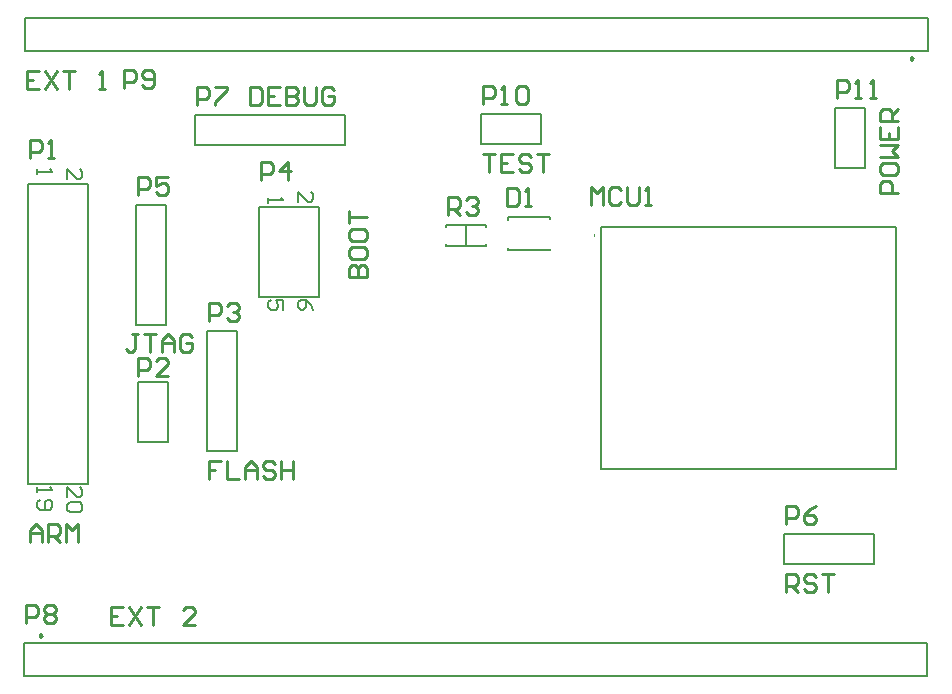
<source format=gto>
G04*
G04 #@! TF.GenerationSoftware,Altium Limited,Altium Designer,20.1.11 (218)*
G04*
G04 Layer_Color=65535*
%FSLAX25Y25*%
%MOIN*%
G70*
G04*
G04 #@! TF.SameCoordinates,3E3CE198-1D4E-4C69-B1C9-FC2CBC885D2D*
G04*
G04*
G04 #@! TF.FilePolarity,Positive*
G04*
G01*
G75*
%ADD10C,0.00984*%
%ADD11C,0.00394*%
%ADD12C,0.00787*%
%ADD13C,0.00591*%
%ADD14C,0.01000*%
%ADD15C,0.00800*%
D10*
X573492Y418929D02*
X572754Y419355D01*
Y418503D01*
X573492Y418929D01*
X282992Y226571D02*
X282254Y226997D01*
Y226145D01*
X282992Y226571D01*
D11*
X466874Y359902D02*
Y360295D01*
Y359902D01*
D12*
X277488Y421488D02*
X578512D01*
X277488Y421488D02*
Y432512D01*
X578512D01*
Y421488D02*
Y432512D01*
X325000Y291000D02*
Y311000D01*
X315000D02*
X325000D01*
X315000Y291000D02*
Y311000D01*
Y291000D02*
X325000D01*
X314500Y330000D02*
X324500D01*
X314500D02*
Y370000D01*
X324500Y330000D02*
Y370000D01*
X314500D02*
X324500D01*
X276988Y212988D02*
Y224012D01*
Y212988D02*
X578012D01*
Y224012D01*
X276988Y224012D02*
X578012D01*
X469236Y362854D02*
X567661D01*
Y282146D02*
Y362854D01*
X469236Y282146D02*
X567661D01*
X469236D02*
Y362854D01*
X334000Y390000D02*
Y400000D01*
X384000D01*
X334000Y390000D02*
X384000D01*
Y400000D01*
X355500Y339500D02*
Y358667D01*
Y339500D02*
Y369500D01*
X375500Y339500D02*
Y369500D01*
X355500D02*
X375500D01*
X355500Y339500D02*
X375500D01*
X547500Y402500D02*
X557500D01*
Y382500D02*
Y402500D01*
X547500Y382500D02*
X557500D01*
X547500D02*
Y402500D01*
X338000Y328000D02*
X348000D01*
Y288000D02*
Y328000D01*
X338000Y288000D02*
Y328000D01*
Y288000D02*
X348000D01*
X278500Y277000D02*
X298500D01*
X278500Y369500D02*
Y377000D01*
X298500D01*
Y369500D02*
Y377000D01*
Y277000D02*
Y369500D01*
X278500Y277000D02*
Y369500D01*
X530500Y260500D02*
X560500D01*
X530500Y250500D02*
Y260500D01*
Y250500D02*
X560500D01*
Y260500D01*
X429500Y390500D02*
Y400500D01*
X449500D01*
Y390500D02*
Y400500D01*
X429500Y390500D02*
X449500D01*
X452447Y354988D02*
Y355382D01*
X438520Y354988D02*
X452447D01*
X438520D02*
Y355776D01*
X452460Y365561D02*
Y365954D01*
X438532D02*
X452460D01*
X438532Y365167D02*
Y365954D01*
D13*
X431193Y356457D02*
Y357244D01*
X417807Y356457D02*
X431193D01*
X417807D02*
Y357244D01*
X431193Y362756D02*
Y363543D01*
X417807D02*
X431193D01*
X417807Y362756D02*
Y363543D01*
X424500Y356457D02*
Y363543D01*
D14*
X282099Y414898D02*
X278100D01*
Y408900D01*
X282099D01*
X278100Y411899D02*
X280099D01*
X284098Y414898D02*
X288097Y408900D01*
Y414898D02*
X284098Y408900D01*
X290096Y414898D02*
X294095D01*
X292095D01*
Y408900D01*
X302092D02*
X304092D01*
X303092D01*
Y414898D01*
X302092Y413898D01*
X310502Y409001D02*
Y414999D01*
X313501D01*
X314500Y413999D01*
Y412000D01*
X313501Y411000D01*
X310502D01*
X316500Y410001D02*
X317499Y409001D01*
X319499D01*
X320498Y410001D01*
Y413999D01*
X319499Y414999D01*
X317499D01*
X316500Y413999D01*
Y413000D01*
X317499Y412000D01*
X320498D01*
X315002Y313001D02*
Y318999D01*
X318001D01*
X319000Y317999D01*
Y316000D01*
X318001Y315000D01*
X315002D01*
X324998Y313001D02*
X321000D01*
X324998Y317000D01*
Y317999D01*
X323999Y318999D01*
X321999D01*
X321000Y317999D01*
X315002Y326999D02*
X313003D01*
X314003D01*
Y322001D01*
X313003Y321001D01*
X312003D01*
X311004Y322001D01*
X317002Y326999D02*
X321000D01*
X319001D01*
Y321001D01*
X323000D02*
Y325000D01*
X324999Y326999D01*
X326998Y325000D01*
Y321001D01*
Y324000D01*
X323000D01*
X332997Y325999D02*
X331997Y326999D01*
X329997D01*
X328998Y325999D01*
Y322001D01*
X329997Y321001D01*
X331997D01*
X332997Y322001D01*
Y324000D01*
X330997D01*
X315100Y373400D02*
Y379398D01*
X318099D01*
X319099Y378398D01*
Y376399D01*
X318099Y375399D01*
X315100D01*
X325097Y379398D02*
X321098D01*
Y376399D01*
X323097Y377399D01*
X324097D01*
X325097Y376399D01*
Y374400D01*
X324097Y373400D01*
X322098D01*
X321098Y374400D01*
X310003Y235999D02*
X306005D01*
Y230001D01*
X310003D01*
X306005Y233000D02*
X308004D01*
X312003Y235999D02*
X316001Y230001D01*
Y235999D02*
X312003Y230001D01*
X318001Y235999D02*
X321999D01*
X320000D01*
Y230001D01*
X333996D02*
X329997D01*
X333996Y234000D01*
Y234999D01*
X332996Y235999D01*
X330996D01*
X329997Y234999D01*
X277600Y230600D02*
Y236598D01*
X280599D01*
X281599Y235598D01*
Y233599D01*
X280599Y232599D01*
X277600D01*
X283598Y235598D02*
X284598Y236598D01*
X286597D01*
X287597Y235598D01*
Y234599D01*
X286597Y233599D01*
X287597Y232599D01*
Y231600D01*
X286597Y230600D01*
X284598D01*
X283598Y231600D01*
Y232599D01*
X284598Y233599D01*
X283598Y234599D01*
Y235598D01*
X284598Y233599D02*
X286597D01*
X466100Y370000D02*
Y375998D01*
X468099Y373999D01*
X470099Y375998D01*
Y370000D01*
X476097Y374998D02*
X475097Y375998D01*
X473098D01*
X472098Y374998D01*
Y371000D01*
X473098Y370000D01*
X475097D01*
X476097Y371000D01*
X478096Y375998D02*
Y371000D01*
X479096Y370000D01*
X481095D01*
X482095Y371000D01*
Y375998D01*
X484094Y370000D02*
X486094D01*
X485094D01*
Y375998D01*
X484094Y374998D01*
X548100Y405900D02*
Y411898D01*
X551099D01*
X552099Y410898D01*
Y408899D01*
X551099Y407899D01*
X548100D01*
X554098Y405900D02*
X556097D01*
X555098D01*
Y411898D01*
X554098Y410898D01*
X559096Y405900D02*
X561096D01*
X560096D01*
Y411898D01*
X559096Y410898D01*
X568499Y374005D02*
X562501D01*
Y377004D01*
X563501Y378003D01*
X565500D01*
X566500Y377004D01*
Y374005D01*
X562501Y383002D02*
Y381002D01*
X563501Y380003D01*
X567499D01*
X568499Y381002D01*
Y383002D01*
X567499Y384001D01*
X563501D01*
X562501Y383002D01*
Y386001D02*
X568499D01*
X566500Y388000D01*
X568499Y389999D01*
X562501D01*
Y395997D02*
Y391999D01*
X568499D01*
Y395997D01*
X565500Y391999D02*
Y393998D01*
X568499Y397997D02*
X562501D01*
Y400996D01*
X563501Y401996D01*
X565500D01*
X566500Y400996D01*
Y397997D01*
Y399996D02*
X568499Y401996D01*
X418500Y366800D02*
Y372798D01*
X421499D01*
X422499Y371798D01*
Y369799D01*
X421499Y368799D01*
X418500D01*
X420499D02*
X422499Y366800D01*
X424498Y371798D02*
X425498Y372798D01*
X427497D01*
X428497Y371798D01*
Y370799D01*
X427497Y369799D01*
X426497D01*
X427497D01*
X428497Y368799D01*
Y367800D01*
X427497Y366800D01*
X425498D01*
X424498Y367800D01*
X430100Y403900D02*
Y409898D01*
X433099D01*
X434099Y408898D01*
Y406899D01*
X433099Y405899D01*
X430100D01*
X436098Y403900D02*
X438097D01*
X437098D01*
Y409898D01*
X436098Y408898D01*
X441096D02*
X442096Y409898D01*
X444096D01*
X445095Y408898D01*
Y404900D01*
X444096Y403900D01*
X442096D01*
X441096Y404900D01*
Y408898D01*
X430100Y387098D02*
X434099D01*
X432099D01*
Y381100D01*
X440097Y387098D02*
X436098D01*
Y381100D01*
X440097D01*
X436098Y384099D02*
X438097D01*
X446095Y386098D02*
X445095Y387098D01*
X443096D01*
X442096Y386098D01*
Y385099D01*
X443096Y384099D01*
X445095D01*
X446095Y383099D01*
Y382100D01*
X445095Y381100D01*
X443096D01*
X442096Y382100D01*
X448094Y387098D02*
X452093D01*
X450094D01*
Y381100D01*
X334600Y403400D02*
Y409398D01*
X337599D01*
X338599Y408398D01*
Y406399D01*
X337599Y405399D01*
X334600D01*
X340598Y409398D02*
X344597D01*
Y408398D01*
X340598Y404400D01*
Y403400D01*
X352504Y409499D02*
Y403501D01*
X355504D01*
X356503Y404501D01*
Y408499D01*
X355504Y409499D01*
X352504D01*
X362501D02*
X358503D01*
Y403501D01*
X362501D01*
X358503Y406500D02*
X360502D01*
X364501Y409499D02*
Y403501D01*
X367500D01*
X368499Y404501D01*
Y405500D01*
X367500Y406500D01*
X364501D01*
X367500D01*
X368499Y407500D01*
Y408499D01*
X367500Y409499D01*
X364501D01*
X370499D02*
Y404501D01*
X371498Y403501D01*
X373498D01*
X374497Y404501D01*
Y409499D01*
X380496Y408499D02*
X379496Y409499D01*
X377497D01*
X376497Y408499D01*
Y404501D01*
X377497Y403501D01*
X379496D01*
X380496Y404501D01*
Y406500D01*
X378496D01*
X531100Y263900D02*
Y269898D01*
X534099D01*
X535099Y268898D01*
Y266899D01*
X534099Y265899D01*
X531100D01*
X541097Y269898D02*
X539097Y268898D01*
X537098Y266899D01*
Y264900D01*
X538098Y263900D01*
X540097D01*
X541097Y264900D01*
Y265899D01*
X540097Y266899D01*
X537098D01*
X531100Y241100D02*
Y247098D01*
X534099D01*
X535099Y246098D01*
Y244099D01*
X534099Y243099D01*
X531100D01*
X533099D02*
X535099Y241100D01*
X541097Y246098D02*
X540097Y247098D01*
X538098D01*
X537098Y246098D01*
Y245099D01*
X538098Y244099D01*
X540097D01*
X541097Y243099D01*
Y242100D01*
X540097Y241100D01*
X538098D01*
X537098Y242100D01*
X543096Y247098D02*
X547095D01*
X545095D01*
Y241100D01*
X356100Y378300D02*
Y384298D01*
X359099D01*
X360099Y383298D01*
Y381299D01*
X359099Y380299D01*
X356100D01*
X365097Y378300D02*
Y384298D01*
X362098Y381299D01*
X366097D01*
X385501Y346004D02*
X391499D01*
Y349003D01*
X390499Y350002D01*
X389500D01*
X388500Y349003D01*
Y346004D01*
Y349003D01*
X387500Y350002D01*
X386501D01*
X385501Y349003D01*
Y346004D01*
Y355001D02*
Y353001D01*
X386501Y352002D01*
X390499D01*
X391499Y353001D01*
Y355001D01*
X390499Y356000D01*
X386501D01*
X385501Y355001D01*
Y360999D02*
Y358999D01*
X386501Y358000D01*
X390499D01*
X391499Y358999D01*
Y360999D01*
X390499Y361998D01*
X386501D01*
X385501Y360999D01*
Y363998D02*
Y367997D01*
Y365997D01*
X391499D01*
X338600Y331400D02*
Y337398D01*
X341599D01*
X342599Y336398D01*
Y334399D01*
X341599Y333399D01*
X338600D01*
X344598Y336398D02*
X345598Y337398D01*
X347597D01*
X348597Y336398D01*
Y335399D01*
X347597Y334399D01*
X346597D01*
X347597D01*
X348597Y333399D01*
Y332400D01*
X347597Y331400D01*
X345598D01*
X344598Y332400D01*
X342599Y284598D02*
X338600D01*
Y281599D01*
X340599D01*
X338600D01*
Y278600D01*
X344598Y284598D02*
Y278600D01*
X348597D01*
X350596D02*
Y282599D01*
X352595Y284598D01*
X354595Y282599D01*
Y278600D01*
Y281599D01*
X350596D01*
X360593Y283598D02*
X359593Y284598D01*
X357594D01*
X356594Y283598D01*
Y282599D01*
X357594Y281599D01*
X359593D01*
X360593Y280599D01*
Y279600D01*
X359593Y278600D01*
X357594D01*
X356594Y279600D01*
X362592Y284598D02*
Y278600D01*
Y281599D01*
X366591D01*
Y284598D01*
Y278600D01*
X279100Y385800D02*
Y391798D01*
X282099D01*
X283099Y390798D01*
Y388799D01*
X282099Y387799D01*
X279100D01*
X285098Y385800D02*
X287097D01*
X286098D01*
Y391798D01*
X285098Y390798D01*
X279100Y257900D02*
Y261899D01*
X281099Y263898D01*
X283099Y261899D01*
Y257900D01*
Y260899D01*
X279100D01*
X285098Y257900D02*
Y263898D01*
X288097D01*
X289097Y262898D01*
Y260899D01*
X288097Y259899D01*
X285098D01*
X287097D02*
X289097Y257900D01*
X291096D02*
Y263898D01*
X293095Y261899D01*
X295095Y263898D01*
Y257900D01*
X437929Y375898D02*
Y369900D01*
X440929D01*
X441928Y370900D01*
Y374898D01*
X440929Y375898D01*
X437929D01*
X443928Y369900D02*
X445927D01*
X444927D01*
Y375898D01*
X443928Y374898D01*
D15*
X358500Y372500D02*
Y370834D01*
Y371667D01*
X363498D01*
X362665Y372500D01*
X368500Y371168D02*
Y374500D01*
X371832Y371168D01*
X372665D01*
X373498Y372001D01*
Y373667D01*
X372665Y374500D01*
X363498Y335168D02*
Y338500D01*
X360999D01*
X361832Y336834D01*
Y336001D01*
X360999Y335168D01*
X359333D01*
X358500Y336001D01*
Y337667D01*
X359333Y338500D01*
X373498Y335168D02*
X372665Y336834D01*
X370999Y338500D01*
X369333D01*
X368500Y337667D01*
Y336001D01*
X369333Y335168D01*
X370166D01*
X370999Y336001D01*
Y338500D01*
X291500Y272668D02*
Y276000D01*
X294832Y272668D01*
X295665D01*
X296498Y273501D01*
Y275167D01*
X295665Y276000D01*
Y271002D02*
X296498Y270169D01*
Y268502D01*
X295665Y267669D01*
X292333D01*
X291500Y268502D01*
Y270169D01*
X292333Y271002D01*
X295665D01*
X281500Y276000D02*
Y274334D01*
Y275167D01*
X286498D01*
X285665Y276000D01*
X282333Y271835D02*
X281500Y271002D01*
Y269336D01*
X282333Y268502D01*
X285665D01*
X286498Y269336D01*
Y271002D01*
X285665Y271835D01*
X284832D01*
X283999Y271002D01*
Y268502D01*
X281500Y382000D02*
Y380334D01*
Y381167D01*
X286498D01*
X285665Y382000D01*
X291500Y378668D02*
Y382000D01*
X294832Y378668D01*
X295665D01*
X296498Y379501D01*
Y381167D01*
X295665Y382000D01*
M02*

</source>
